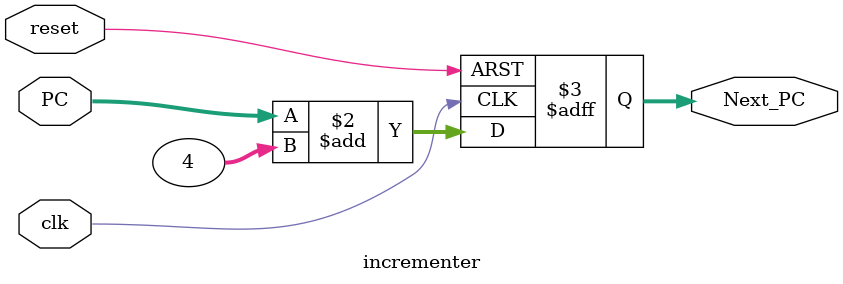
<source format=v>
module incrementer(
    input  wire        clk,
    input  wire        reset, 
    output reg [31:0] Next_PC,
    input  wire [31:0] PC 
);

    always @(posedge clk or posedge reset) begin
        if (reset) begin
            Next_PC <= 0;
        end else begin
            Next_PC <= PC + 32'd4;
        end
    end 
endmodule

</source>
